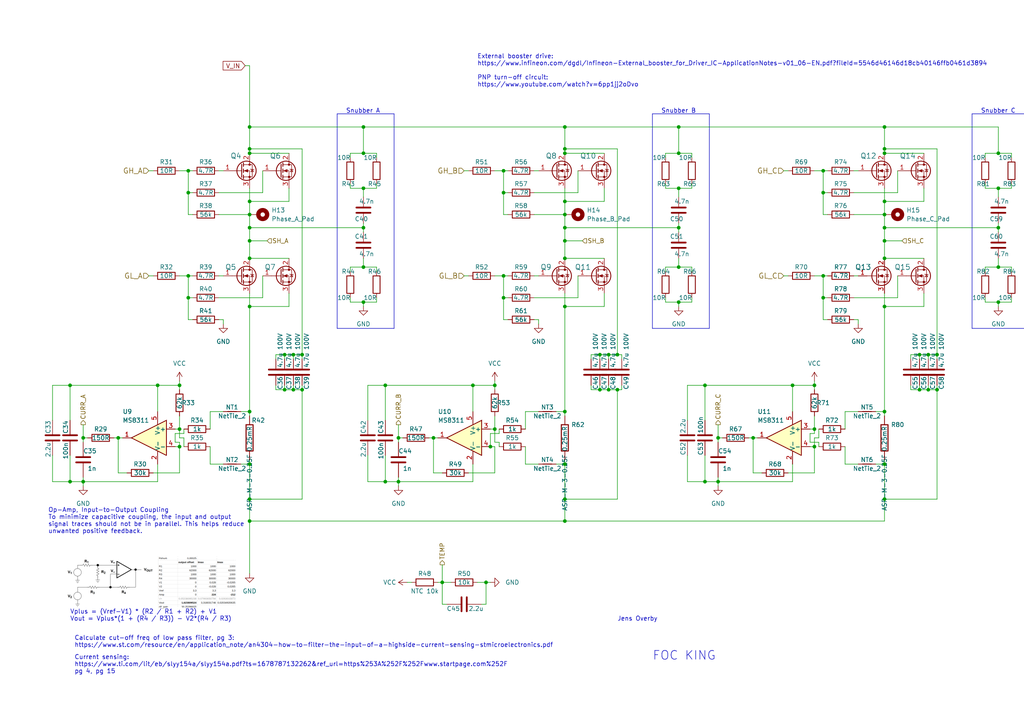
<source format=kicad_sch>
(kicad_sch (version 20230121) (generator eeschema)
  (paper "A4")
  (junction (at 72.39 43.18))
  (junction (at 289.56 44.45))
  (junction (at 72.39 66.04))
  (junction (at 163.83 119.38))
  (junction (at 266.7 102.87))
  (junction (at 229.87 111.76))
  (junction (at 146.05 55.88))
  (junction (at 52.07 129.54))
  (junction (at 85.09 102.87))
  (junction (at 163.83 134.62))
  (junction (at 72.39 74.93))
  (junction (at 24.13 139.7))
  (junction (at 256.54 36.83))
  (junction (at 105.41 36.83))
  (junction (at 72.39 58.42))
  (junction (at 269.24 113.03))
  (junction (at 208.28 127))
  (junction (at 72.39 44.45))
  (junction (at 105.41 87.63))
  (junction (at 196.85 36.83))
  (junction (at 163.83 69.85))
  (junction (at 269.24 102.87))
  (junction (at 204.47 111.76))
  (junction (at 256.54 58.42))
  (junction (at 208.28 139.7))
  (junction (at 72.39 69.85))
  (junction (at 163.83 144.78))
  (junction (at 128.27 168.91))
  (junction (at 266.7 113.03))
  (junction (at 85.09 113.03))
  (junction (at 238.76 55.88))
  (junction (at 143.51 124.46))
  (junction (at 218.44 127))
  (junction (at 163.83 44.45))
  (junction (at 256.54 43.18))
  (junction (at 54.61 80.01))
  (junction (at 72.39 134.62))
  (junction (at 105.41 54.61))
  (junction (at 143.51 111.76))
  (junction (at 271.78 102.87))
  (junction (at 125.73 127))
  (junction (at 289.56 66.04))
  (junction (at 204.47 139.7))
  (junction (at 256.54 88.9))
  (junction (at 105.41 44.45))
  (junction (at 196.85 87.63))
  (junction (at 82.55 102.87))
  (junction (at 111.76 139.7))
  (junction (at 54.61 49.53))
  (junction (at 87.63 102.87))
  (junction (at 179.07 102.87))
  (junction (at 82.55 113.03))
  (junction (at 256.54 74.93))
  (junction (at 142.24 129.54))
  (junction (at 52.07 124.46))
  (junction (at 163.83 151.13))
  (junction (at 140.97 168.91))
  (junction (at 105.41 77.47))
  (junction (at 236.22 129.54))
  (junction (at 20.32 139.7))
  (junction (at 163.83 36.83))
  (junction (at 176.53 113.03))
  (junction (at 146.05 49.53))
  (junction (at 196.85 77.47))
  (junction (at 115.57 139.7))
  (junction (at 146.05 86.36))
  (junction (at 163.83 58.42))
  (junction (at 72.39 119.38))
  (junction (at 179.07 113.03))
  (junction (at 72.39 144.78))
  (junction (at 34.29 127))
  (junction (at 163.83 43.18))
  (junction (at 72.39 62.23))
  (junction (at 289.56 54.61))
  (junction (at 115.57 127))
  (junction (at 238.76 49.53))
  (junction (at 256.54 69.85))
  (junction (at 111.76 111.76))
  (junction (at 24.13 127))
  (junction (at 256.54 144.78))
  (junction (at 196.85 66.04))
  (junction (at 289.56 87.63))
  (junction (at 72.39 36.83))
  (junction (at 20.32 111.76))
  (junction (at 45.72 111.76))
  (junction (at 236.22 111.76))
  (junction (at 173.99 113.03))
  (junction (at 87.63 113.03))
  (junction (at 163.83 66.04))
  (junction (at 238.76 86.36))
  (junction (at 146.05 80.01))
  (junction (at 289.56 77.47))
  (junction (at 256.54 44.45))
  (junction (at 163.83 88.9))
  (junction (at 163.83 62.23))
  (junction (at 256.54 66.04))
  (junction (at 72.39 88.9))
  (junction (at 271.78 113.03))
  (junction (at 163.83 74.93))
  (junction (at 52.07 111.76))
  (junction (at 196.85 44.45))
  (junction (at 137.16 111.76))
  (junction (at 72.39 151.13))
  (junction (at 236.22 124.46))
  (junction (at 196.85 54.61))
  (junction (at 256.54 62.23))
  (junction (at 54.61 86.36))
  (junction (at 105.41 66.04))
  (junction (at 256.54 134.62))
  (junction (at 54.61 55.88))
  (junction (at 176.53 102.87))
  (junction (at 238.76 80.01))
  (junction (at 256.54 119.38))
  (junction (at 173.99 102.87))
  (wire (pts (xy 256.54 144.78) (xy 256.54 151.13)))
  (wire (pts (xy 163.83 62.23) (xy 163.83 66.04)))
  (wire (pts (xy 289.56 44.45) (xy 293.37 44.45)))
  (wire (pts (xy 15.24 132.08) (xy 15.24 139.7)))
  (wire (pts (xy 236.22 120.65) (xy 236.22 124.46)))
  (wire (pts (xy 163.83 88.9) (xy 163.83 119.38)))
  (wire (pts (xy 118.11 168.91) (xy 119.38 168.91)))
  (wire (pts (xy 154.94 62.23) (xy 163.83 62.23)))
  (wire (pts (xy 163.83 36.83) (xy 163.83 43.18)))
  (wire (pts (xy 154.94 49.53) (xy 156.21 49.53)))
  (wire (pts (xy 24.13 139.7) (xy 24.13 140.97)))
  (wire (pts (xy 60.96 134.62) (xy 64.77 134.62)))
  (wire (pts (xy 236.22 127) (xy 236.22 129.54)))
  (wire (pts (xy 72.39 62.23) (xy 72.39 66.04)))
  (wire (pts (xy 76.2 86.36) (xy 76.2 80.01)))
  (wire (pts (xy 285.75 87.63) (xy 285.75 86.36)))
  (wire (pts (xy 72.39 19.05) (xy 72.39 36.83)))
  (wire (pts (xy 146.05 80.01) (xy 146.05 86.36)))
  (wire (pts (xy 163.83 144.78) (xy 179.07 144.78)))
  (wire (pts (xy 116.84 127) (xy 115.57 127)))
  (wire (pts (xy 24.13 127) (xy 24.13 128.27)))
  (wire (pts (xy 289.56 74.93) (xy 289.56 77.47)))
  (wire (pts (xy 227.33 49.53) (xy 228.6 49.53)))
  (wire (pts (xy 161.29 134.62) (xy 163.83 134.62)))
  (wire (pts (xy 229.87 111.76) (xy 236.22 111.76)))
  (wire (pts (xy 54.61 86.36) (xy 55.88 86.36)))
  (wire (pts (xy 144.78 129.54) (xy 144.78 128.27)))
  (wire (pts (xy 196.85 87.63) (xy 200.66 87.63)))
  (polyline (pts (xy 114.3 95.25) (xy 114.3 33.02)))
  (wire (pts (xy 163.83 88.9) (xy 175.26 88.9)))
  (wire (pts (xy 171.45 111.76) (xy 171.45 113.03)))
  (wire (pts (xy 256.54 43.18) (xy 256.54 44.45)))
  (wire (pts (xy 238.76 62.23) (xy 238.76 55.88)))
  (wire (pts (xy 180.34 102.87) (xy 180.34 104.14)))
  (wire (pts (xy 193.04 77.47) (xy 193.04 78.74)))
  (wire (pts (xy 193.04 54.61) (xy 196.85 54.61)))
  (wire (pts (xy 245.11 119.38) (xy 248.92 119.38)))
  (wire (pts (xy 163.83 144.78) (xy 163.83 151.13)))
  (wire (pts (xy 256.54 44.45) (xy 267.97 44.45)))
  (wire (pts (xy 204.47 139.7) (xy 199.39 139.7)))
  (wire (pts (xy 240.03 92.71) (xy 238.76 92.71)))
  (polyline (pts (xy 97.79 95.25) (xy 114.3 95.25)))
  (wire (pts (xy 256.54 69.85) (xy 261.62 69.85)))
  (wire (pts (xy 143.51 128.27) (xy 143.51 124.46)))
  (polyline (pts (xy 189.23 33.02) (xy 205.74 33.02)))
  (wire (pts (xy 80.01 102.87) (xy 82.55 102.87)))
  (wire (pts (xy 146.05 62.23) (xy 146.05 55.88)))
  (polyline (pts (xy 281.94 95.25) (xy 298.45 95.25)))
  (wire (pts (xy 105.41 64.77) (xy 105.41 66.04)))
  (wire (pts (xy 143.51 49.53) (xy 146.05 49.53)))
  (wire (pts (xy 237.49 124.46) (xy 237.49 127)))
  (wire (pts (xy 60.96 129.54) (xy 60.96 134.62)))
  (wire (pts (xy 109.22 53.34) (xy 109.22 54.61)))
  (wire (pts (xy 53.34 124.46) (xy 53.34 125.73)))
  (wire (pts (xy 193.04 87.63) (xy 193.04 86.36)))
  (wire (pts (xy 234.95 124.46) (xy 236.22 124.46)))
  (polyline (pts (xy 97.79 33.02) (xy 114.3 33.02)))
  (wire (pts (xy 101.6 87.63) (xy 105.41 87.63)))
  (wire (pts (xy 105.41 74.93) (xy 105.41 77.47)))
  (wire (pts (xy 128.27 137.16) (xy 125.73 137.16)))
  (wire (pts (xy 53.34 129.54) (xy 53.34 127)))
  (wire (pts (xy 285.75 44.45) (xy 289.56 44.45)))
  (wire (pts (xy 256.54 88.9) (xy 267.97 88.9)))
  (polyline (pts (xy 97.79 33.02) (xy 97.79 95.25)))
  (wire (pts (xy 293.37 44.45) (xy 293.37 45.72)))
  (wire (pts (xy 247.65 80.01) (xy 248.92 80.01)))
  (wire (pts (xy 289.56 54.61) (xy 293.37 54.61)))
  (wire (pts (xy 63.5 80.01) (xy 64.77 80.01)))
  (wire (pts (xy 72.39 151.13) (xy 163.83 151.13)))
  (wire (pts (xy 109.22 87.63) (xy 109.22 86.36)))
  (wire (pts (xy 146.05 86.36) (xy 146.05 92.71)))
  (wire (pts (xy 256.54 74.93) (xy 267.97 74.93)))
  (wire (pts (xy 80.01 111.76) (xy 80.01 113.03)))
  (wire (pts (xy 105.41 57.15) (xy 105.41 54.61)))
  (wire (pts (xy 173.99 111.76) (xy 173.99 113.03)))
  (wire (pts (xy 82.55 102.87) (xy 85.09 102.87)))
  (wire (pts (xy 83.82 58.42) (xy 72.39 58.42)))
  (wire (pts (xy 289.56 36.83) (xy 289.56 44.45)))
  (wire (pts (xy 285.75 77.47) (xy 285.75 78.74)))
  (wire (pts (xy 36.83 137.16) (xy 34.29 137.16)))
  (wire (pts (xy 128.27 168.91) (xy 128.27 163.83)))
  (wire (pts (xy 142.24 125.73) (xy 142.24 129.54)))
  (wire (pts (xy 87.63 102.87) (xy 87.63 104.14)))
  (wire (pts (xy 237.49 129.54) (xy 237.49 128.27)))
  (wire (pts (xy 54.61 86.36) (xy 54.61 92.71)))
  (wire (pts (xy 267.97 54.61) (xy 267.97 58.42)))
  (wire (pts (xy 147.32 92.71) (xy 146.05 92.71)))
  (wire (pts (xy 72.39 85.09) (xy 72.39 88.9)))
  (wire (pts (xy 269.24 113.03) (xy 271.78 113.03)))
  (wire (pts (xy 266.7 102.87) (xy 269.24 102.87)))
  (wire (pts (xy 53.34 127) (xy 52.07 127)))
  (wire (pts (xy 52.07 111.76) (xy 52.07 113.03)))
  (wire (pts (xy 218.44 127) (xy 217.17 127)))
  (wire (pts (xy 87.63 113.03) (xy 87.63 144.78)))
  (wire (pts (xy 115.57 123.19) (xy 115.57 127)))
  (wire (pts (xy 152.4 129.54) (xy 152.4 134.62)))
  (wire (pts (xy 105.41 77.47) (xy 109.22 77.47)))
  (wire (pts (xy 111.76 111.76) (xy 137.16 111.76)))
  (wire (pts (xy 101.6 44.45) (xy 105.41 44.45)))
  (wire (pts (xy 54.61 49.53) (xy 54.61 55.88)))
  (wire (pts (xy 176.53 113.03) (xy 173.99 113.03)))
  (wire (pts (xy 271.78 113.03) (xy 271.78 144.78)))
  (wire (pts (xy 238.76 55.88) (xy 240.03 55.88)))
  (wire (pts (xy 146.05 49.53) (xy 147.32 49.53)))
  (wire (pts (xy 50.8 125.73) (xy 50.8 128.27)))
  (wire (pts (xy 256.54 36.83) (xy 196.85 36.83)))
  (wire (pts (xy 72.39 66.04) (xy 105.41 66.04)))
  (wire (pts (xy 72.39 119.38) (xy 72.39 120.65)))
  (wire (pts (xy 245.11 129.54) (xy 245.11 134.62)))
  (wire (pts (xy 106.68 111.76) (xy 106.68 121.92)))
  (wire (pts (xy 25.4 127) (xy 24.13 127)))
  (polyline (pts (xy 189.23 95.25) (xy 205.74 95.25)))
  (wire (pts (xy 72.39 43.18) (xy 87.63 43.18)))
  (wire (pts (xy 208.28 138.43) (xy 208.28 139.7)))
  (wire (pts (xy 247.65 86.36) (xy 260.35 86.36)))
  (wire (pts (xy 105.41 36.83) (xy 72.39 36.83)))
  (wire (pts (xy 128.27 175.26) (xy 128.27 168.91)))
  (wire (pts (xy 152.4 134.62) (xy 156.21 134.62)))
  (wire (pts (xy 171.45 102.87) (xy 173.99 102.87)))
  (wire (pts (xy 163.83 74.93) (xy 175.26 74.93)))
  (wire (pts (xy 109.22 78.74) (xy 109.22 77.47)))
  (wire (pts (xy 72.39 144.78) (xy 72.39 151.13)))
  (wire (pts (xy 245.11 124.46) (xy 245.11 119.38)))
  (wire (pts (xy 72.39 66.04) (xy 72.39 69.85)))
  (wire (pts (xy 163.83 54.61) (xy 163.83 58.42)))
  (wire (pts (xy 54.61 49.53) (xy 55.88 49.53)))
  (wire (pts (xy 248.92 92.71) (xy 248.92 93.98)))
  (wire (pts (xy 256.54 54.61) (xy 256.54 58.42)))
  (wire (pts (xy 176.53 113.03) (xy 179.07 113.03)))
  (wire (pts (xy 85.09 113.03) (xy 87.63 113.03)))
  (wire (pts (xy 34.29 137.16) (xy 34.29 127)))
  (wire (pts (xy 163.83 44.45) (xy 175.26 44.45)))
  (wire (pts (xy 289.56 87.63) (xy 289.56 88.9)))
  (wire (pts (xy 52.07 137.16) (xy 52.07 129.54)))
  (wire (pts (xy 52.07 110.49) (xy 52.07 111.76)))
  (wire (pts (xy 271.78 113.03) (xy 271.78 111.76)))
  (wire (pts (xy 105.41 87.63) (xy 105.41 88.9)))
  (wire (pts (xy 154.94 80.01) (xy 156.21 80.01)))
  (wire (pts (xy 229.87 119.38) (xy 229.87 111.76)))
  (wire (pts (xy 163.83 43.18) (xy 163.83 44.45)))
  (polyline (pts (xy 281.94 33.02) (xy 298.45 33.02)))
  (wire (pts (xy 285.75 44.45) (xy 285.75 45.72)))
  (wire (pts (xy 238.76 80.01) (xy 240.03 80.01)))
  (wire (pts (xy 15.24 111.76) (xy 20.32 111.76)))
  (wire (pts (xy 234.95 128.27) (xy 234.95 125.73)))
  (wire (pts (xy 63.5 86.36) (xy 76.2 86.36)))
  (wire (pts (xy 236.22 111.76) (xy 236.22 113.03)))
  (wire (pts (xy 200.66 78.74) (xy 200.66 77.47)))
  (wire (pts (xy 101.6 87.63) (xy 101.6 86.36)))
  (wire (pts (xy 245.11 134.62) (xy 248.92 134.62)))
  (wire (pts (xy 53.34 125.73) (xy 50.8 125.73)))
  (wire (pts (xy 142.24 124.46) (xy 143.51 124.46)))
  (wire (pts (xy 52.07 127) (xy 52.07 124.46)))
  (wire (pts (xy 269.24 111.76) (xy 269.24 113.03)))
  (wire (pts (xy 208.28 127) (xy 209.55 127)))
  (wire (pts (xy 218.44 137.16) (xy 218.44 127)))
  (wire (pts (xy 72.39 44.45) (xy 83.82 44.45)))
  (wire (pts (xy 34.29 127) (xy 33.02 127)))
  (wire (pts (xy 137.16 139.7) (xy 115.57 139.7)))
  (wire (pts (xy 137.16 134.62) (xy 137.16 139.7)))
  (wire (pts (xy 106.68 111.76) (xy 111.76 111.76)))
  (wire (pts (xy 63.5 55.88) (xy 76.2 55.88)))
  (wire (pts (xy 52.07 120.65) (xy 52.07 124.46)))
  (wire (pts (xy 35.56 127) (xy 34.29 127)))
  (wire (pts (xy 204.47 111.76) (xy 199.39 111.76)))
  (wire (pts (xy 293.37 87.63) (xy 293.37 86.36)))
  (wire (pts (xy 264.16 102.87) (xy 264.16 104.14)))
  (wire (pts (xy 271.78 102.87) (xy 271.78 104.14)))
  (wire (pts (xy 171.45 113.03) (xy 173.99 113.03)))
  (wire (pts (xy 45.72 134.62) (xy 45.72 139.7)))
  (wire (pts (xy 156.21 92.71) (xy 156.21 93.98)))
  (wire (pts (xy 140.97 168.91) (xy 138.43 168.91)))
  (wire (pts (xy 236.22 137.16) (xy 236.22 129.54)))
  (wire (pts (xy 238.76 92.71) (xy 238.76 86.36)))
  (wire (pts (xy 127 168.91) (xy 128.27 168.91)))
  (wire (pts (xy 271.78 43.18) (xy 271.78 102.87)))
  (wire (pts (xy 106.68 132.08) (xy 106.68 139.7)))
  (wire (pts (xy 82.55 104.14) (xy 82.55 102.87)))
  (wire (pts (xy 143.51 110.49) (xy 143.51 111.76)))
  (wire (pts (xy 256.54 58.42) (xy 256.54 62.23)))
  (wire (pts (xy 179.07 43.18) (xy 179.07 102.87)))
  (wire (pts (xy 163.83 43.18) (xy 179.07 43.18)))
  (wire (pts (xy 179.07 113.03) (xy 180.34 113.03)))
  (wire (pts (xy 163.83 36.83) (xy 105.41 36.83)))
  (wire (pts (xy 154.94 86.36) (xy 167.64 86.36)))
  (wire (pts (xy 45.72 111.76) (xy 52.07 111.76)))
  (wire (pts (xy 83.82 54.61) (xy 83.82 58.42)))
  (wire (pts (xy 163.83 66.04) (xy 196.85 66.04)))
  (wire (pts (xy 285.75 54.61) (xy 285.75 53.34)))
  (wire (pts (xy 24.13 139.7) (xy 45.72 139.7)))
  (wire (pts (xy 152.4 124.46) (xy 152.4 119.38)))
  (wire (pts (xy 256.54 119.38) (xy 256.54 120.65)))
  (wire (pts (xy 144.78 124.46) (xy 144.78 125.73)))
  (wire (pts (xy 45.72 119.38) (xy 45.72 111.76)))
  (wire (pts (xy 236.22 110.49) (xy 236.22 111.76)))
  (wire (pts (xy 196.85 87.63) (xy 196.85 88.9)))
  (wire (pts (xy 60.96 124.46) (xy 60.96 119.38)))
  (wire (pts (xy 20.32 139.7) (xy 24.13 139.7)))
  (wire (pts (xy 196.85 77.47) (xy 200.66 77.47)))
  (wire (pts (xy 80.01 102.87) (xy 80.01 104.14)))
  (wire (pts (xy 289.56 77.47) (xy 293.37 77.47)))
  (wire (pts (xy 71.12 19.05) (xy 72.39 19.05)))
  (polyline (pts (xy 189.23 33.02) (xy 189.23 95.25)))
  (wire (pts (xy 247.65 92.71) (xy 248.92 92.71)))
  (wire (pts (xy 238.76 86.36) (xy 240.03 86.36)))
  (polyline (pts (xy 281.94 33.02) (xy 281.94 95.25)))
  (wire (pts (xy 180.34 111.76) (xy 180.34 113.03)))
  (wire (pts (xy 72.39 36.83) (xy 72.39 43.18)))
  (wire (pts (xy 144.78 128.27) (xy 143.51 128.27)))
  (wire (pts (xy 219.71 127) (xy 218.44 127)))
  (wire (pts (xy 163.83 58.42) (xy 163.83 62.23)))
  (wire (pts (xy 161.29 119.38) (xy 163.83 119.38)))
  (wire (pts (xy 254 119.38) (xy 256.54 119.38)))
  (wire (pts (xy 143.51 111.76) (xy 143.51 113.03)))
  (wire (pts (xy 196.85 54.61) (xy 200.66 54.61)))
  (wire (pts (xy 72.39 88.9) (xy 72.39 119.38)))
  (wire (pts (xy 267.97 58.42) (xy 256.54 58.42)))
  (wire (pts (xy 50.8 128.27) (xy 52.07 128.27)))
  (wire (pts (xy 111.76 111.76) (xy 111.76 121.92)))
  (wire (pts (xy 105.41 36.83) (xy 105.41 44.45)))
  (wire (pts (xy 256.54 62.23) (xy 256.54 66.04)))
  (wire (pts (xy 143.51 137.16) (xy 135.89 137.16)))
  (wire (pts (xy 269.24 113.03) (xy 266.7 113.03)))
  (wire (pts (xy 199.39 132.08) (xy 199.39 139.7)))
  (wire (pts (xy 82.55 111.76) (xy 82.55 113.03)))
  (wire (pts (xy 128.27 175.26) (xy 129.54 175.26)))
  (wire (pts (xy 85.09 111.76) (xy 85.09 113.03)))
  (wire (pts (xy 154.94 92.71) (xy 156.21 92.71)))
  (wire (pts (xy 256.54 66.04) (xy 289.56 66.04)))
  (wire (pts (xy 54.61 80.01) (xy 54.61 86.36)))
  (wire (pts (xy 247.65 62.23) (xy 256.54 62.23)))
  (wire (pts (xy 147.32 62.23) (xy 146.05 62.23)))
  (wire (pts (xy 236.22 137.16) (xy 228.6 137.16)))
  (wire (pts (xy 50.8 124.46) (xy 52.07 124.46)))
  (wire (pts (xy 193.04 77.47) (xy 196.85 77.47)))
  (wire (pts (xy 208.28 139.7) (xy 208.28 140.97)))
  (wire (pts (xy 109.22 44.45) (xy 109.22 45.72)))
  (wire (pts (xy 111.76 139.7) (xy 115.57 139.7)))
  (wire (pts (xy 163.83 36.83) (xy 196.85 36.83)))
  (wire (pts (xy 220.98 137.16) (xy 218.44 137.16)))
  (wire (pts (xy 179.07 102.87) (xy 180.34 102.87)))
  (wire (pts (xy 163.83 119.38) (xy 163.83 120.65)))
  (wire (pts (xy 72.39 134.62) (xy 72.39 144.78)))
  (wire (pts (xy 143.51 120.65) (xy 143.51 124.46)))
  (wire (pts (xy 52.07 129.54) (xy 50.8 129.54)))
  (wire (pts (xy 175.26 58.42) (xy 163.83 58.42)))
  (wire (pts (xy 115.57 139.7) (xy 115.57 140.97)))
  (wire (pts (xy 264.16 102.87) (xy 266.7 102.87)))
  (wire (pts (xy 266.7 111.76) (xy 266.7 113.03)))
  (wire (pts (xy 204.47 121.92) (xy 204.47 111.76)))
  (wire (pts (xy 115.57 127) (xy 115.57 128.27)))
  (wire (pts (xy 260.35 55.88) (xy 260.35 49.53)))
  (wire (pts (xy 101.6 44.45) (xy 101.6 45.72)))
  (wire (pts (xy 163.83 85.09) (xy 163.83 88.9)))
  (wire (pts (xy 125.73 137.16) (xy 125.73 127)))
  (wire (pts (xy 43.18 80.01) (xy 44.45 80.01)))
  (wire (pts (xy 101.6 54.61) (xy 105.41 54.61)))
  (wire (pts (xy 115.57 138.43) (xy 115.57 139.7)))
  (wire (pts (xy 256.54 144.78) (xy 271.78 144.78)))
  (wire (pts (xy 163.83 69.85) (xy 163.83 74.93)))
  (wire (pts (xy 193.04 54.61) (xy 193.04 53.34)))
  (wire (pts (xy 85.09 102.87) (xy 85.09 104.14)))
  (wire (pts (xy 60.96 119.38) (xy 64.77 119.38)))
  (wire (pts (xy 247.65 55.88) (xy 260.35 55.88)))
  (wire (pts (xy 285.75 77.47) (xy 289.56 77.47)))
  (wire (pts (xy 254 134.62) (xy 256.54 134.62)))
  (wire (pts (xy 179.07 113.03) (xy 179.07 144.78)))
  (wire (pts (xy 54.61 55.88) (xy 55.88 55.88)))
  (wire (pts (xy 196.85 57.15) (xy 196.85 54.61)))
  (wire (pts (xy 229.87 139.7) (xy 208.28 139.7)))
  (polyline (pts (xy 298.45 95.25) (xy 298.45 33.02)))
  (wire (pts (xy 264.16 113.03) (xy 266.7 113.03)))
  (wire (pts (xy 267.97 88.9) (xy 267.97 85.09)))
  (wire (pts (xy 269.24 102.87) (xy 271.78 102.87)))
  (wire (pts (xy 111.76 132.08) (xy 111.76 139.7)))
  (wire (pts (xy 293.37 53.34) (xy 293.37 54.61)))
  (wire (pts (xy 236.22 129.54) (xy 234.95 129.54)))
  (wire (pts (xy 134.62 80.01) (xy 135.89 80.01)))
  (wire (pts (xy 105.41 67.31) (xy 105.41 66.04)))
  (wire (pts (xy 176.53 102.87) (xy 176.53 104.14)))
  (wire (pts (xy 63.5 62.23) (xy 72.39 62.23)))
  (wire (pts (xy 43.18 49.53) (xy 44.45 49.53)))
  (wire (pts (xy 52.07 137.16) (xy 44.45 137.16)))
  (wire (pts (xy 256.54 151.13) (xy 163.83 151.13)))
  (wire (pts (xy 146.05 49.53) (xy 146.05 55.88)))
  (wire (pts (xy 146.05 86.36) (xy 147.32 86.36)))
  (wire (pts (xy 143.51 129.54) (xy 142.24 129.54)))
  (wire (pts (xy 140.97 175.26) (xy 140.97 168.91)))
  (wire (pts (xy 146.05 55.88) (xy 147.32 55.88)))
  (wire (pts (xy 256.54 36.83) (xy 289.56 36.83)))
  (wire (pts (xy 105.41 54.61) (xy 109.22 54.61)))
  (wire (pts (xy 52.07 49.53) (xy 54.61 49.53)))
  (wire (pts (xy 193.04 44.45) (xy 193.04 45.72)))
  (wire (pts (xy 63.5 92.71) (xy 64.77 92.71)))
  (wire (pts (xy 76.2 49.53) (xy 76.2 55.88)))
  (wire (pts (xy 289.56 64.77) (xy 289.56 66.04)))
  (wire (pts (xy 55.88 92.71) (xy 54.61 92.71)))
  (wire (pts (xy 176.53 111.76) (xy 176.53 113.03)))
  (wire (pts (xy 256.54 36.83) (xy 256.54 43.18)))
  (wire (pts (xy 256.54 85.09) (xy 256.54 88.9)))
  (wire (pts (xy 229.87 134.62) (xy 229.87 139.7)))
  (wire (pts (xy 128.27 168.91) (xy 130.81 168.91)))
  (wire (pts (xy 247.65 49.53) (xy 248.92 49.53)))
  (wire (pts (xy 54.61 80.01) (xy 55.88 80.01)))
  (wire (pts (xy 146.05 80.01) (xy 147.32 80.01)))
  (wire (pts (xy 167.64 86.36) (xy 167.64 80.01)))
  (wire (pts (xy 173.99 104.14) (xy 173.99 102.87)))
  (wire (pts (xy 200.66 87.63) (xy 200.66 86.36)))
  (wire (pts (xy 87.63 43.18) (xy 87.63 102.87)))
  (wire (pts (xy 204.47 111.76) (xy 229.87 111.76)))
  (wire (pts (xy 236.22 49.53) (xy 238.76 49.53)))
  (wire (pts (xy 256.54 69.85) (xy 256.54 74.93)))
  (wire (pts (xy 55.88 62.23) (xy 54.61 62.23)))
  (wire (pts (xy 196.85 44.45) (xy 200.66 44.45)))
  (wire (pts (xy 293.37 78.74) (xy 293.37 77.47)))
  (wire (pts (xy 72.39 74.93) (xy 83.82 74.93)))
  (wire (pts (xy 199.39 111.76) (xy 199.39 121.92)))
  (wire (pts (xy 101.6 54.61) (xy 101.6 53.34)))
  (wire (pts (xy 204.47 139.7) (xy 208.28 139.7)))
  (wire (pts (xy 256.54 133.35) (xy 256.54 134.62)))
  (wire (pts (xy 227.33 80.01) (xy 228.6 80.01)))
  (wire (pts (xy 140.97 168.91) (xy 142.24 168.91)))
  (wire (pts (xy 238.76 80.01) (xy 238.76 86.36)))
  (wire (pts (xy 236.22 125.73) (xy 236.22 124.46)))
  (wire (pts (xy 196.85 36.83) (xy 196.85 44.45)))
  (wire (pts (xy 83.82 88.9) (xy 83.82 85.09)))
  (wire (pts (xy 15.24 139.7) (xy 20.32 139.7)))
  (wire (pts (xy 52.07 128.27) (xy 52.07 129.54)))
  (wire (pts (xy 163.83 133.35) (xy 163.83 134.62)))
  (wire (pts (xy 285.75 87.63) (xy 289.56 87.63)))
  (wire (pts (xy 171.45 102.87) (xy 171.45 104.14)))
  (wire (pts (xy 256.54 66.04) (xy 256.54 69.85)))
  (wire (pts (xy 45.72 111.76) (xy 20.32 111.76)))
  (wire (pts (xy 143.51 137.16) (xy 143.51 129.54)))
  (wire (pts (xy 69.85 134.62) (xy 72.39 134.62)))
  (wire (pts (xy 237.49 128.27) (xy 234.95 128.27)))
  (wire (pts (xy 72.39 144.78) (xy 87.63 144.78)))
  (wire (pts (xy 200.66 53.34) (xy 200.66 54.61)))
  (wire (pts (xy 176.53 102.87) (xy 179.07 102.87)))
  (wire (pts (xy 80.01 113.03) (xy 82.55 113.03)))
  (wire (pts (xy 236.22 80.01) (xy 238.76 80.01)))
  (wire (pts (xy 52.07 80.01) (xy 54.61 80.01)))
  (wire (pts (xy 127 127) (xy 125.73 127)))
  (wire (pts (xy 72.39 54.61) (xy 72.39 58.42)))
  (wire (pts (xy 260.35 86.36) (xy 260.35 80.01)))
  (wire (pts (xy 289.56 57.15) (xy 289.56 54.61)))
  (wire (pts (xy 106.68 139.7) (xy 111.76 139.7)))
  (wire (pts (xy 72.39 43.18) (xy 72.39 44.45)))
  (wire (pts (xy 289.56 87.63) (xy 293.37 87.63)))
  (wire (pts (xy 24.13 138.43) (xy 24.13 139.7)))
  (wire (pts (xy 234.95 125.73) (xy 236.22 125.73)))
  (wire (pts (xy 240.03 62.23) (xy 238.76 62.23)))
  (wire (pts (xy 238.76 49.53) (xy 238.76 55.88)))
  (wire (pts (xy 20.32 132.08) (xy 20.32 139.7)))
  (wire (pts (xy 173.99 102.87) (xy 176.53 102.87)))
  (wire (pts (xy 208.28 123.19) (xy 208.28 127)))
  (wire (pts (xy 105.41 44.45) (xy 109.22 44.45)))
  (wire (pts (xy 101.6 77.47) (xy 101.6 78.74)))
  (wire (pts (xy 72.39 151.13) (xy 72.39 166.37)))
  (wire (pts (xy 154.94 55.88) (xy 167.64 55.88)))
  (wire (pts (xy 256.54 88.9) (xy 256.54 119.38)))
  (wire (pts (xy 152.4 119.38) (xy 156.21 119.38)))
  (wire (pts (xy 137.16 111.76) (xy 143.51 111.76)))
  (wire (pts (xy 204.47 132.08) (xy 204.47 139.7)))
  (wire (pts (xy 101.6 77.47) (xy 105.41 77.47)))
  (wire (pts (xy 144.78 125.73) (xy 142.24 125.73)))
  (wire (pts (xy 15.24 111.76) (xy 15.24 121.92)))
  (wire (pts (xy 175.26 88.9) (xy 175.26 85.09)))
  (wire (pts (xy 143.51 80.01) (xy 146.05 80.01)))
  (wire (pts (xy 137.16 111.76) (xy 137.16 119.38)))
  (wire (pts (xy 69.85 119.38) (xy 72.39 119.38)))
  (wire (pts (xy 63.5 49.53) (xy 64.77 49.53)))
  (wire (pts (xy 85.09 113.03) (xy 82.55 113.03)))
  (wire (pts (xy 163.83 66.04) (xy 163.83 69.85)))
  (wire (pts (xy 72.39 69.85) (xy 77.47 69.85)))
  (wire (pts (xy 193.04 44.45) (xy 196.85 44.45)))
  (wire (pts (xy 237.49 127) (xy 236.22 127)))
  (wire (pts (xy 200.66 44.45) (xy 200.66 45.72)))
  (wire (pts (xy 196.85 74.93) (xy 196.85 77.47)))
  (wire (pts (xy 264.16 111.76) (xy 264.16 113.03)))
  (wire (pts (xy 208.28 127) (xy 208.28 128.27)))
  (wire (pts (xy 72.39 58.42) (xy 72.39 62.23)))
  (wire (pts (xy 85.09 102.87) (xy 87.63 102.87)))
  (wire (pts (xy 163.83 69.85) (xy 168.91 69.85)))
  (wire (pts (xy 72.39 88.9) (xy 83.82 88.9)))
  (wire (pts (xy 72.39 133.35) (xy 72.39 134.62)))
  (wire (pts (xy 196.85 67.31) (xy 196.85 66.04)))
  (wire (pts (xy 105.41 87.63) (xy 109.22 87.63)))
  (wire (pts (xy 266.7 104.14) (xy 266.7 102.87)))
  (wire (pts (xy 24.13 123.19) (xy 24.13 127)))
  (wire (pts (xy 20.32 121.92) (xy 20.32 111.76)))
  (polyline (pts (xy 205.74 95.25) (xy 205.74 33.02)))
  (wire (pts (xy 196.85 64.77) (xy 196.85 66.04)))
  (wire (pts (xy 140.97 175.26) (xy 139.7 175.26)))
  (wire (pts (xy 167.64 55.88) (xy 167.64 49.53)))
  (wire (pts (xy 87.63 113.03) (xy 87.63 111.76)))
  (wire (pts (xy 193.04 87.63) (xy 196.85 87.63)))
  (wire (pts (xy 125.73 127) (xy 124.46 127)))
  (wire (pts (xy 238.76 49.53) (xy 240.03 49.53)))
  (wire (pts (xy 256.54 43.18) (xy 271.78 43.18)))
  (wire (pts (xy 289.56 67.31) (xy 289.56 66.04)))
  (wire (pts (xy 54.61 62.23) (xy 54.61 55.88)))
  (wire (pts (xy 269.24 102.87) (xy 269.24 104.14)))
  (wire (pts (xy 256.54 134.62) (xy 256.54 144.78)))
  (wire (pts (xy 163.83 134.62) (xy 163.83 144.78)))
  (wire (pts (xy 285.75 54.61) (xy 289.56 54.61)))
  (wire (pts (xy 134.62 49.53) (xy 135.89 49.53)))
  (wire (pts (xy 175.26 54.61) (xy 175.26 58.42)))
  (wire (pts (xy 72.39 69.85) (xy 72.39 74.93)))
  (wire (pts (xy 64.77 92.71) (xy 64.77 93.98)))
  (image (at 57.15 168.91) (scale 0.660121))
  (image (at 31.75 168.91) (scale 0.381676))
  (text "Calculate cut-off freq of low pass filter, pg 3:\nhttps://www.st.com/resource/en/application_note/an4304-how-to-filter-the-input-of-a-highside-current-sensing-stmicroelectronics.pdf" (at 21.59 187.96 0) (effects (font (size 1.27 1.27)) (justify left bottom)))
  (text "Snubber C" (at 284.48 33.02 0) (effects (font (size 1.27 1.27)) (justify left bottom)))
  (text "FOC KING" (at 189.23 191.77 0) (effects (font (size 2.54 2.54)) (justify left bottom)))
  (text "Op-Amp, Input-to-Output Coupling\nTo minimize capacitive coupling, the input and output\nsignal traces should not be in parallel. This helps reduce\nunwanted positive feedback. " (at 13.97 154.94 0) (effects (font (size 1.27 1.27)) (justify left bottom)))
  (text "Jens Overby" (at 179.07 180.34 0) (effects (font (size 1.27 1.27)) (justify left bottom)))
  (text "Snubber B" (at 191.77 33.02 0) (effects (font (size 1.27 1.27)) (justify left bottom)))
  (text "External booster drive:\nhttps://www.infineon.com/dgdl/Infineon-External_booster_for_Driver_IC-ApplicationNotes-v01_06-EN.pdf?fileId=5546d46146d18cb40146ffb0461d3894\n\nPNP turn-off circuit:\nhttps://www.youtube.com/watch?v=6pp1jj2oDvo\n" (at 138.43 25.4 0) (effects (font (size 1.27 1.27)) (justify left bottom)))
  (text "Snubber A" (at 100.33 33.02 0) (effects (font (size 1.27 1.27)) (justify left bottom)))
  (text "Vplus = (Vref-V1) * (R2 / R1 + R2) + V1\nVout = Vplus*(1 + (R4 / R3)) - V2*(R4 / R­3) " (at 20.32 180.34 0) (effects (font (size 1.27 1.27)) (justify left bottom)))
  (text "Current sensing:\nhttps://www.ti.com/lit/eb/slyy154a/slyy154a.pdf?ts=1678787132262&ref_url=https%253A%252F%252Fwww.startpage.com%252F\npg 4, pg 15" (at 21.59 195.58 0) (effects (font (size 1.27 1.27)) (justify left bottom)))
  (global_label "V_IN" (shape input) (at 71.12 19.05 180) (property "Intersheetrefs" "${INTERSHEET_REFS}" (effects hide)))
  (hierarchical_label "TEMP" (shape output) (at 128.27 163.83 90))
  (hierarchical_label "GH_A" (shape input) (at 43.18 49.53 180) (effects (font (size 1.524 1.524))))
  (hierarchical_label "SH_C" (shape input) (at 261.62 69.85 0))
  (hierarchical_label "SH_A" (shape input) (at 77.47 69.85 0))
  (hierarchical_label "GL_A" (shape input) (at 43.18 80.01 180) (effects (font (size 1.524 1.524))))
  (hierarchical_label "CURR_C" (shape output) (at 208.28 123.19 90))
  (hierarchical_label "CURR_B" (shape output) (at 115.57 123.19 90))
  (hierarchical_label "SH_B" (shape input) (at 168.91 69.85 0))
  (hierarchical_label "CURR_A" (shape output) (at 24.13 123.19 90))
  (hierarchical_label "GH_C" (shape input) (at 227.33 49.53 180) (effects (font (size 1.524 1.524))))
  (hierarchical_label "GH_B" (shape input) (at 134.62 49.53 180) (effects (font (size 1.524 1.524))))
  (hierarchical_label "GL_C" (shape input) (at 227.33 80.01 180) (effects (font (size 1.524 1.524))))
  (hierarchical_label "GL_B" (shape input) (at 134.62 80.01 180) (effects (font (size 1.524 1.524))))
  (symbol (lib_id "Device:R") (at 57.15 124.46 270) (mirror x) (unit 1)
    (property "Reference" "R34" (at 57.15 121.92 90))
    (property "Value" "1k" (at 57.15 124.46 90))
    (property "Footprint" "Resistor_SMD:R_0603_1608Metric" (effects hide))
    (property "LCSC" "C21190" (effects hide))
  )
  (symbol (lib_id "Device:R") (at 40.64 137.16 270) (mirror x) (unit 1)
    (property "Reference" "R30" (at 40.64 134.62 90))
    (property "Value" "30k" (at 40.64 137.16 90))
    (property "Footprint" "Resistor_SMD:R_0603_1608Metric" (effects hide))
    (property "LCSC" "C22984" (effects hide))
  )
  (symbol (lib_id "Device:C") (at 80.01 107.95 0) (unit 1)
    (property "Reference" "C36" (at 81.28 113.03 90) (effects (justify left)))
    (property "Value" "4.7u 100V" (at 81.28 106.68 90) (effects (justify left)))
    (property "Footprint" "Capacitor_SMD:C_1210_3225Metric" (effects hide))
    (property "LCSC" "C381466" (effects hide))
  )
  (symbol (lib_id "Device:C") (at 173.99 107.95 0) (unit 1)
    (property "Reference" "C47" (at 175.26 113.03 90) (effects (justify left)))
    (property "Value" "4.7u 100V" (at 175.26 106.68 90) (effects (justify left)))
    (property "Footprint" "Capacitor_SMD:C_1210_3225Metric" (effects hide))
    (property "LCSC" "C381466" (effects hide))
  )
  (symbol (lib_id "BLDC_4-rescue:C-RESCUE-BLDC_4") (at 15.24 127 0) (mirror x) (unit 1)
    (property "Reference" "C33" (at 13.97 121.92 90) (effects (justify left)))
    (property "Value" "2.2u" (at 13.97 128.27 90) (effects (justify left)))
    (property "Footprint" "Capacitor_SMD:C_0603_1608Metric" (effects hide))
    (property "LCSC" "C23630" (effects hide))
  )
  (symbol (lib_id "Device:NetTie_2") (at 251.46 134.62 0) (unit 1)
    (property "Reference" "NT6" (at 251.46 133.35 0))
    (property "Value" "NetTie_2" (at 251.46 135.89 0))
    (property "Footprint" "NetTie:NetTie-2_SMD_Pad0.5mm" (effects hide))
  )
  (symbol (lib_id "power:VCC") (at 118.11 168.91 90) (unit 1)
    (property "Reference" "#PWR052" (effects hide))
    (property "Value" "VCC" (at 113.03 168.91 90))
  )
  (symbol (lib_id "Device:C") (at 82.55 107.95 0) (unit 1)
    (property "Reference" "C37" (at 83.82 113.03 90) (effects (justify left)))
    (property "Value" "4.7u 100V" (at 83.82 106.68 90) (effects (justify left)))
    (property "Footprint" "Capacitor_SMD:C_1210_3225Metric" (effects hide))
    (property "LCSC" "C381466" (effects hide))
  )
  (symbol (lib_id "Device:Q_NMOS_GDS") (at 172.72 80.01 0) (unit 1)
    (property "Reference" "Q11" (at 171.45 77.47 0) (effects (font (size 1.524 1.524)) (justify right)))
    (property "Value" "CRST030N10N" (effects hide))
    (property "Footprint" "Custom:TO-220-3_Vertical_bend" (effects hide))
    (property "LCSC" "C841369" (effects hide))
  )
  (symbol (lib_id "Device:R") (at 213.36 127 270) (mirror x) (unit 1)
    (property "Reference" "R67" (at 213.36 124.46 90))
    (property "Value" "150R" (at 213.36 127 90))
    (property "Footprint" "Resistor_SMD:R_0603_1608Metric" (effects hide))
    (property "LCSC" "C22808" (effects hide))
  )
  (symbol (lib_id "Device:R") (at 59.69 62.23 270) (unit 1)
    (property "Reference" "R38" (at 59.69 59.69 90))
    (property "Value" "56k" (at 59.69 62.23 90))
    (property "Footprint" "Resistor_SMD:R_0603_1608Metric" (effects hide))
    (property "LCSC" "C23206" (effects hide))
  )
  (symbol (lib_id "BLDC_4-rescue:R-RESCUE-BLDC_4") (at 256.54 127 0) (unit 1)
    (property "Reference" "R80" (at 260.35 123.19 0))
    (property "Value" "ASR-M-3-0.25F 0.25mR" (at 256.54 135.89 90))
    (property "Footprint" "Resistor_SMD:R_2512_6332Metric" (effects hide))
    (property "LCSC" "C495759" (effects hide))
  )
  (symbol (lib_id "BLDC_4-rescue:R-RESCUE-BLDC_4") (at 163.83 127 0) (unit 1)
    (property "Reference" "R62" (at 167.64 123.19 0))
    (property "Value" "ASR-M-3-0.25F 0.25mR" (at 163.83 135.89 90))
    (property "Footprint" "Resistor_SMD:R_2512_6332Metric" (effects hide))
    (property "LCSC" "C495759" (effects hide))
  )
  (symbol (lib_id "Device:C") (at 85.09 107.95 0) (unit 1)
    (property "Reference" "C38" (at 86.36 113.03 90) (effects (justify left)))
    (property "Value" "4.7u 100V" (at 86.36 106.68 90) (effects (justify left)))
    (property "Footprint" "Capacitor_SMD:C_1210_3225Metric" (effects hide))
    (property "LCSC" "C381466" (effects hide))
  )
  (symbol (lib_id "Device:R") (at 59.69 92.71 270) (unit 1)
    (property "Reference" "R41" (at 59.69 90.17 90))
    (property "Value" "56k" (at 59.69 92.71 90))
    (property "Footprint" "Resistor_SMD:R_0603_1608Metric" (effects hide))
    (property "LCSC" "C23206" (effects hide))
  )
  (symbol (lib_id "Device:R") (at 143.51 116.84 0) (mirror x) (unit 1)
    (property "Reference" "R53" (at 146.05 116.84 0))
    (property "Value" "62k" (at 143.51 116.84 90))
    (property "Footprint" "Resistor_SMD:R_0603_1608Metric" (effects hide))
    (property "LCSC" "C23221" (effects hide))
  )
  (symbol (lib_id "Device:R") (at 241.3 129.54 270) (mirror x) (unit 1)
    (property "Reference" "R73" (at 241.3 127 90))
    (property "Value" "1k" (at 241.3 129.54 90))
    (property "Footprint" "Resistor_SMD:R_0603_1608Metric" (effects hide))
    (property "LCSC" "C21190" (effects hide))
  )
  (symbol (lib_id "Device:NetTie_2") (at 67.31 134.62 0) (unit 1)
    (property "Reference" "NT2" (at 67.31 133.35 0))
    (property "Value" "NetTie_2" (at 67.31 135.89 0))
    (property "Footprint" "NetTie:NetTie-2_SMD_Pad0.5mm" (effects hide))
  )
  (symbol (lib_id "Device:Q_NMOS_GDS") (at 161.29 80.01 0) (unit 1)
    (property "Reference" "Q9" (at 160.02 77.47 0) (effects (font (size 1.524 1.524)) (justify right)))
    (property "Value" "CRST030N10N" (effects hide))
    (property "Footprint" "Custom:TO-220-3_Vertical_bend" (effects hide))
    (property "LCSC" "C841369" (effects hide))
  )
  (symbol (lib_id "Device:R") (at 139.7 49.53 270) (mirror x) (unit 1)
    (property "Reference" "R51" (at 139.7 46.99 90))
    (property "Value" "10R" (at 139.7 49.53 90))
    (property "Footprint" "Resistor_SMD:R_0603_1608Metric" (effects hide))
    (property "LCSC" "C22859" (effects hide))
  )
  (symbol (lib_id "Device:R") (at 48.26 49.53 270) (mirror x) (unit 1)
    (property "Reference" "R31" (at 48.26 46.99 90))
    (property "Value" "10R" (at 48.26 49.53 90))
    (property "Footprint" "Resistor_SMD:R_0603_1608Metric" (effects hide))
    (property "LCSC" "C22859" (effects hide))
  )
  (symbol (lib_id "Device:C") (at 105.41 60.96 0) (mirror x) (unit 1)
    (property "Reference" "C40" (at 102.87 63.5 0) (effects (justify left)))
    (property "Value" "4.7n" (at 104.14 58.42 0) (effects (justify left)))
    (property "Footprint" "Capacitor_SMD:C_0603_1608Metric" (effects hide))
    (property "LCSC" "C382251" (effects hide))
  )
  (symbol (lib_id "Device:R") (at 139.7 80.01 270) (mirror x) (unit 1)
    (property "Reference" "R52" (at 139.7 77.47 90))
    (property "Value" "10R" (at 139.7 80.01 90))
    (property "Footprint" "Resistor_SMD:R_0603_1608Metric" (effects hide))
    (property "LCSC" "C22859" (effects hide))
  )
  (symbol (lib_id "Device:R") (at 29.21 127 270) (mirror x) (unit 1)
    (property "Reference" "R29" (at 29.21 124.46 90))
    (property "Value" "150R" (at 29.21 127 90))
    (property "Footprint" "Resistor_SMD:R_0603_1608Metric" (effects hide))
    (property "LCSC" "C22808" (effects hide))
  )
  (symbol (lib_id "Device:R") (at 243.84 86.36 270) (mirror x) (unit 1)
    (property "Reference" "R78" (at 243.84 83.82 90))
    (property "Value" "4.7R" (at 243.84 86.36 90))
    (property "Footprint" "Resistor_SMD:R_0603_1608Metric" (effects hide))
    (property "LCSC" "C23164" (effects hide))
  )
  (symbol (lib_id "Device:C") (at 289.56 60.96 0) (mirror x) (unit 1)
    (property "Reference" "C59" (at 287.02 63.5 0) (effects (justify left)))
    (property "Value" "4.7n" (at 288.29 58.42 0) (effects (justify left)))
    (property "Footprint" "Capacitor_SMD:C_0603_1608Metric" (effects hide))
    (property "LCSC" "C382251" (effects hide))
  )
  (symbol (lib_id "Device:Q_NMOS_GDS") (at 254 49.53 0) (unit 1)
    (property "Reference" "Q12" (at 254.254 45.212 0) (effects (font (size 1.524 1.524)) (justify right)))
    (property "Value" "CRST030N10N" (effects hide))
    (property "Footprint" "Custom:TO-220-3_Vertical_bend" (effects hide))
    (property "LCSC" "C841369" (effects hide))
  )
  (symbol (lib_id "Device:R") (at 151.13 80.01 270) (mirror x) (unit 1)
    (property "Reference" "R59" (at 151.13 77.47 90))
    (property "Value" "4.7R" (at 151.13 80.01 90))
    (property "Footprint" "Resistor_SMD:R_0603_1608Metric" (effects hide))
    (property "LCSC" "C23164" (effects hide))
  )
  (symbol (lib_id "Device:NetTie_2") (at 251.46 119.38 0) (unit 1)
    (property "Reference" "NT5" (at 251.46 118.11 0))
    (property "Value" "NetTie_2" (at 251.46 120.65 0))
    (property "Footprint" "NetTie:NetTie-2_SMD_Pad0.5mm" (effects hide))
  )
  (symbol (lib_id "Device:R") (at 101.6 82.55 0) (unit 1)
    (property "Reference" "R44" (at 99.06 78.74 0) (effects (justify left)))
    (property "Value" "10R" (at 97.79 86.36 0) (effects (justify left)))
    (property "Footprint" "Resistor_SMD:R_0603_1608Metric" (effects hide))
    (property "LCSC" "C22859" (effects hide))
  )
  (symbol (lib_id "Device:Q_NMOS_GDS") (at 265.43 80.01 0) (unit 1)
    (property "Reference" "Q15" (at 264.16 77.47 0) (effects (font (size 1.524 1.524)) (justify right)))
    (property "Value" "CRST030N10N" (effects hide))
    (property "Footprint" "Custom:TO-220-3_Vertical_bend" (effects hide))
    (property "LCSC" "C841369" (effects hide))
  )
  (symbol (lib_id "Amplifier_Operational:OPA188xxDBV") (at 134.62 127 0) (mirror y) (unit 1)
    (property "Reference" "U10" (at 127 119.38 0) (effects (justify right)))
    (property "Value" "MS8311" (at 127 121.92 0) (effects (justify right)))
    (property "Footprint" "Package_TO_SOT_SMD:TSOT-23-5" (effects hide))
    (property "Datasheet" "http://www.ti.com/lit/ds/symlink/opa188.pdf" (effects hide))
  )
  (symbol (lib_id "Device:R") (at 243.84 92.71 270) (unit 1)
    (property "Reference" "R79" (at 243.84 90.17 90))
    (property "Value" "56k" (at 243.84 92.71 90))
    (property "Footprint" "Resistor_SMD:R_0603_1608Metric" (effects hide))
    (property "LCSC" "C23206" (effects hide))
  )
  (symbol (lib_id "Device:R") (at 285.75 49.53 0) (mirror x) (unit 1)
    (property "Reference" "R81" (at 283.21 53.34 0) (effects (justify left)))
    (property "Value" "10R" (at 281.94 45.72 0) (effects (justify left)))
    (property "Footprint" "Resistor_SMD:R_0603_1608Metric" (effects hide))
    (property "LCSC" "C22859" (effects hide))
  )
  (symbol (lib_id "Device:C") (at 266.7 107.95 0) (unit 1)
    (property "Reference" "C56" (at 267.97 113.03 90) (effects (justify left)))
    (property "Value" "4.7u 100V" (at 267.97 106.68 90) (effects (justify left)))
    (property "Footprint" "Capacitor_SMD:C_1210_3225Metric" (effects hide))
    (property "LCSC" "C381466" (effects hide))
  )
  (symbol (lib_id "Device:Q_NMOS_GDS") (at 172.72 49.53 0) (unit 1)
    (property "Reference" "Q10" (at 172.974 45.212 0) (effects (font (size 1.524 1.524)) (justify right)))
    (property "Value" "CRST030N10N" (effects hide))
    (property "Footprint" "Custom:TO-220-3_Vertical_bend" (effects hide))
    (property "LCSC" "C841369" (effects hide))
  )
  (symbol (lib_id "Device:R") (at 193.04 49.53 0) (mirror x) (unit 1)
    (property "Reference" "R63" (at 190.5 53.34 0) (effects (justify left)))
    (property "Value" "10R" (at 189.23 45.72 0) (effects (justify left)))
    (property "Footprint" "Resistor_SMD:R_0603_1608Metric" (effects hide))
    (property "LCSC" "C22859" (effects hide))
  )
  (symbol (lib_id "power:GND") (at 64.77 93.98 0) (unit 1)
    (property "Reference" "#PWR048" (effects hide))
    (property "Value" "GND" (at 64.77 99.06 0))
  )
  (symbol (lib_id "Device:R") (at 293.37 49.53 0) (mirror x) (unit 1)
    (property "Reference" "R83" (at 290.83 53.34 0) (effects (justify left)))
    (property "Value" "10R" (at 289.56 45.72 0) (effects (justify left)))
    (property "Footprint" "Resistor_SMD:R_0603_1608Metric" (effects hide))
    (property "LCSC" "C22859" (effects hide))
  )
  (symbol (lib_id "Device:R") (at 243.84 55.88 270) (mirror x) (unit 1)
    (property "Reference" "R75" (at 243.84 53.34 90))
    (property "Value" "4.7R" (at 243.84 55.88 90))
    (property "Footprint" "Resistor_SMD:R_0603_1608Metric" (effects hide))
    (property "LCSC" "C23164" (effects hide))
  )
  (symbol (lib_id "Device:R") (at 132.08 137.16 270) (mirror x) (unit 1)
    (property "Reference" "R49" (at 132.08 134.62 90))
    (property "Value" "30k" (at 132.08 137.16 90))
    (property "Footprint" "Resistor_SMD:R_0603_1608Metric" (effects hide))
    (property "LCSC" "C22984" (effects hide))
  )
  (symbol (lib_id "Device:R") (at 151.13 86.36 270) (mirror x) (unit 1)
    (property "Reference" "R60" (at 151.13 83.82 90))
    (property "Value" "4.7R" (at 151.13 86.36 90))
    (property "Footprint" "Resistor_SMD:R_0603_1608Metric" (effects hide))
    (property "LCSC" "C23164" (effects hide))
  )
  (symbol (lib_id "BLDC_4-rescue:C-RESCUE-BLDC_4") (at 199.39 127 0) (mirror y) (unit 1)
    (property "Reference" "C52" (at 198.12 132.08 90) (effects (justify left)))
    (property "Value" "2.2u" (at 198.12 125.73 90) (effects (justify left)))
    (property "Footprint" "Capacitor_SMD:C_0603_1608Metric" (effects hide))
    (property "LCSC" "C23630" (effects hide))
  )
  (symbol (lib_id "Device:C") (at 264.16 107.95 0) (unit 1)
    (property "Reference" "C55" (at 265.43 113.03 90) (effects (justify left)))
    (property "Value" "4.7u 100V" (at 265.43 106.68 90) (effects (justify left)))
    (property "Footprint" "Capacitor_SMD:C_1210_3225Metric" (effects hide))
    (property "LCSC" "C381466" (effects hide))
  )
  (symbol (lib_id "power:GND") (at 248.92 93.98 0) (unit 1)
    (property "Reference" "#PWR059" (effects hide))
    (property "Value" "GND" (at 248.92 99.06 0))
  )
  (symbol (lib_id "Device:R") (at 151.13 49.53 270) (mirror x) (unit 1)
    (property "Reference" "R56" (at 151.13 46.99 90))
    (property "Value" "4.7R" (at 151.13 49.53 90))
    (property "Footprint" "Resistor_SMD:R_0603_1608Metric" (effects hide))
    (property "LCSC" "C23164" (effects hide))
  )
  (symbol (lib_id "power:GND") (at 196.85 88.9 0) (unit 1)
    (property "Reference" "#PWR056" (effects hide))
    (property "Value" "GND" (at 196.85 93.98 0))
  )
  (symbol (lib_id "Device:C") (at 196.85 71.12 0) (unit 1)
    (property "Reference" "C51" (at 194.31 68.58 0) (effects (justify left)))
    (property "Value" "4.7n" (at 195.58 73.66 0) (effects (justify left)))
    (property "Footprint" "Capacitor_SMD:C_0603_1608Metric" (effects hide))
    (property "LCSC" "C382251" (effects hide))
  )
  (symbol (lib_id "Device:R") (at 243.84 62.23 270) (unit 1)
    (property "Reference" "R76" (at 243.84 59.69 90))
    (property "Value" "56k" (at 243.84 62.23 90))
    (property "Footprint" "Resistor_SMD:R_0603_1608Metric" (effects hide))
    (property "LCSC" "C23206" (effects hide))
  )
  (symbol (lib_id "Device:C") (at 171.45 107.95 0) (unit 1)
    (property "Reference" "C46" (at 172.72 113.03 90) (effects (justify left)))
    (property "Value" "4.7u 100V" (at 172.72 106.68 90) (effects (justify left)))
    (property "Footprint" "Capacitor_SMD:C_1210_3225Metric" (effects hide))
    (property "LCSC" "C381466" (effects hide))
  )
  (symbol (lib_id "Device:R") (at 151.13 92.71 270) (unit 1)
    (property "Reference" "R61" (at 151.13 90.17 90))
    (property "Value" "56k" (at 151.13 92.71 90))
    (property "Footprint" "Resistor_SMD:R_0603_1608Metric" (effects hide))
    (property "LCSC" "C23206" (effects hide))
  )
  (symbol (lib_id "Mechanical:MountingHole_Pad") (at 74.93 62.23 270) (unit 1)
    (property "Reference" "H13" (at 78.74 60.9599 90) (effects (justify left)))
    (property "Value" "Phase_A_Pad" (at 78.74 63.4999 90) (effects (justify left)))
    (property "Footprint" "Custom:MountingHole_3.5mm_Pad_TopOnly_custom" (effects hide))
  )
  (symbol (lib_id "BLDC_4-rescue:C-RESCUE-BLDC_4") (at 24.13 133.35 0) (mirror x) (unit 1)
    (property "Reference" "C35" (at 24.13 130.81 0) (effects (justify left)))
    (property "Value" "1n" (at 25.4 135.89 0) (effects (justify left)))
    (property "Footprint" "Capacitor_SMD:C_0603_1608Metric" (effects hide))
    (property "LCSC" "C1588" (effects hide))
  )
  (symbol (lib_id "Device:R") (at 148.59 129.54 270) (mirror x) (unit 1)
    (property "Reference" "R55" (at 148.59 127 90))
    (property "Value" "1k" (at 148.59 129.54 90))
    (property "Footprint" "Resistor_SMD:R_0603_1608Metric" (effects hide))
    (property "LCSC" "C21190" (effects hide))
  )
  (symbol (lib_id "Device:Q_NMOS_GDS") (at 69.85 49.53 0) (unit 1)
    (property "Reference" "Q4" (at 70.104 45.212 0) (effects (font (size 1.524 1.524)) (justify right)))
    (property "Value" "CRST030N10N" (effects hide))
    (property "Footprint" "Custom:TO-220-3_Vertical_bend" (effects hide))
    (property "LCSC" "C841369" (effects hide))
  )
  (symbol (lib_id "BLDC_4-rescue:C-RESCUE-BLDC_4") (at 106.68 127 0) (mirror x) (unit 1)
    (property "Reference" "C42" (at 105.41 121.92 90) (effects (justify left)))
    (property "Value" "2.2u" (at 105.41 128.27 90) (effects (justify left)))
    (property "Footprint" "Capacitor_SMD:C_0603_1608Metric" (effects hide))
    (property "LCSC" "C23630" (effects hide))
  )
  (symbol (lib_id "Device:R") (at 200.66 49.53 0) (mirror x) (unit 1)
    (property "Reference" "R65" (at 198.12 53.34 0) (effects (justify left)))
    (property "Value" "10R" (at 196.85 45.72 0) (effects (justify left)))
    (property "Footprint" "Resistor_SMD:R_0603_1608Metric" (effects hide))
    (property "LCSC" "C22859" (effects hide))
  )
  (symbol (lib_id "Device:C") (at 176.53 107.95 0) (unit 1)
    (property "Reference" "C48" (at 177.8 113.03 90) (effects (justify left)))
    (property "Value" "4.7u 100V" (at 177.8 106.68 90) (effects (justify left)))
    (property "Footprint" "Capacitor_SMD:C_1210_3225Metric" (effects hide))
    (property "LCSC" "C381466" (effects hide))
  )
  (symbol (lib_id "Amplifier_Operational:OPA188xxDBV") (at 227.33 127 0) (mirror y) (unit 1)
    (property "Reference" "U11" (at 219.71 119.38 0) (effects (justify right)))
    (property "Value" "MS8311" (at 219.71 121.92 0) (effects (justify right)))
    (property "Footprint" "Package_TO_SOT_SMD:TSOT-23-5" (effects hide))
    (property "Datasheet" "http://www.ti.com/lit/ds/symlink/opa188.pdf" (effects hide))
  )
  (symbol (lib_id "Device:Q_NMOS_GDS") (at 81.28 49.53 0) (unit 1)
    (property "Reference" "Q6" (at 81.534 45.212 0) (effects (font (size 1.524 1.524)) (justify right)))
    (property "Value" "CRST030N10N" (effects hide))
    (property "Footprint" "Custom:TO-220-3_Vertical_bend" (effects hide))
    (property "LCSC" "C841369" (effects hide))
  )
  (symbol (lib_id "BLDC_4-rescue:C-RESCUE-BLDC_4") (at 134.62 175.26 270) (mirror x) (unit 1)
    (property "Reference" "C45" (at 129.54 176.53 90) (effects (justify left)))
    (property "Value" "2.2u" (at 135.89 176.53 90) (effects (justify left)))
    (property "Footprint" "Capacitor_SMD:C_0603_1608Metric" (effects hide))
    (property "LCSC" "C23630" (effects hide))
  )
  (symbol (lib_id "Device:Q_NMOS_GDS") (at 69.85 80.01 0) (unit 1)
    (property "Reference" "Q5" (at 68.58 77.47 0) (effects (font (size 1.524 1.524)) (justify right)))
    (property "Value" "CRST030N10N" (effects hide))
    (property "Footprint" "Custom:TO-220-3_Vertical_bend" (effects hide))
    (property "LCSC" "C841369" (effects hide))
  )
  (symbol (lib_id "power:GND") (at 105.41 88.9 0) (unit 1)
    (property "Reference" "#PWR050" (effects hide))
    (property "Value" "GND" (at 105.41 93.98 0))
  )
  (symbol (lib_id "power:VCC") (at 52.07 110.49 0) (mirror y) (unit 1)
    (property "Reference" "#PWR047" (effects hide))
    (property "Value" "VCC" (at 52.07 105.41 0))
  )
  (symbol (lib_id "Mechanical:MountingHole_Pad") (at 166.37 62.23 270) (unit 1)
    (property "Reference" "H14" (at 170.18 60.9599 90) (effects (justify left)))
    (property "Value" "Phase_B_Pad" (at 170.18 63.4999 90) (effects (justify left)))
    (property "Footprint" "Custom:MountingHole_3.5mm_Pad_TopOnly_custom" (effects hide))
  )
  (symbol (lib_id "Device:C") (at 289.56 71.12 0) (unit 1)
    (property "Reference" "C60" (at 287.02 68.58 0) (effects (justify left)))
    (property "Value" "4.7n" (at 288.29 73.66 0) (effects (justify left)))
    (property "Footprint" "Capacitor_SMD:C_0603_1608Metric" (effects hide))
    (property "LCSC" "C382251" (effects hide))
  )
  (symbol (lib_id "BLDC_4-rescue:C-RESCUE-BLDC_4") (at 20.32 127 180) (unit 1)
    (property "Reference" "C34" (at 19.05 121.92 90) (effects (justify left)))
    (property "Value" "100n" (at 19.05 128.27 90) (effects (justify left)))
    (property "Footprint" "Capacitor_SMD:C_0603_1608Metric" (effects hide))
    (property "LCSC" "C14663" (effects hide))
  )
  (symbol (lib_id "power:GND") (at 156.21 93.98 0) (unit 1)
    (property "Reference" "#PWR055" (effects hide))
    (property "Value" "GND" (at 156.21 99.06 0))
  )
  (symbol (lib_id "power:VCC") (at 143.51 110.49 0) (mirror y) (unit 1)
    (property "Reference" "#PWR054" (effects hide))
    (property "Value" "VCC" (at 143.51 105.41 0))
  )
  (symbol (lib_id "Device:Q_NMOS_GDS") (at 265.43 49.53 0) (unit 1)
    (property "Reference" "Q14" (at 265.684 45.212 0) (effects (font (size 1.524 1.524)) (justify right)))
    (property "Value" "CRST030N10N" (effects hide))
    (property "Footprint" "Custom:TO-220-3_Vertical_bend" (effects hide))
    (property "LCSC" "C841369" (effects hide))
  )
  (symbol (lib_id "Device:R") (at 59.69 55.88 270) (mirror x) (unit 1)
    (property "Reference" "R37" (at 59.69 53.34 90))
    (property "Value" "4.7R" (at 59.69 55.88 90))
    (property "Footprint" "Resistor_SMD:R_0603_1608Metric" (effects hide))
    (property "LCSC" "C23164" (effects hide))
  )
  (symbol (lib_id "Device:NetTie_2") (at 158.75 134.62 0) (unit 1)
    (property "Reference" "NT4" (at 158.75 133.35 0))
    (property "Value" "NetTie_2" (at 158.75 135.89 0))
    (property "Footprint" "NetTie:NetTie-2_SMD_Pad0.5mm" (effects hide))
  )
  (symbol (lib_id "Device:C") (at 269.24 107.95 0) (unit 1)
    (property "Reference" "C57" (at 270.51 113.03 90) (effects (justify left)))
    (property "Value" "4.7u 100V" (at 270.51 106.68 90) (effects (justify left)))
    (property "Footprint" "Capacitor_SMD:C_1210_3225Metric" (effects hide))
    (property "LCSC" "C381466" (effects hide))
  )
  (symbol (lib_id "Device:C") (at 271.78 107.95 0) (unit 1)
    (property "Reference" "C58" (at 273.05 113.03 90) (effects (justify left)))
    (property "Value" "4.7u 100V" (at 273.05 106.68 90) (effects (justify left)))
    (property "Footprint" "Capacitor_SMD:C_1210_3225Metric" (effects hide))
    (property "LCSC" "C381466" (effects hide))
  )
  (symbol (lib_id "Device:R") (at 200.66 82.55 0) (unit 1)
    (property "Reference" "R66" (at 198.12 78.74 0) (effects (justify left)))
    (property "Value" "10R" (at 196.85 86.36 0) (effects (justify left)))
    (property "Footprint" "Resistor_SMD:R_0603_1608Metric" (effects hide))
    (property "LCSC" "C22859" (effects hide))
  )
  (symbol (lib_id "BLDC_4-rescue:R-RESCUE-BLDC_4") (at 72.39 127 0) (unit 1)
    (property "Reference" "R42" (at 74.93 121.92 0))
    (property "Value" "ASR-M-3-0.25F 0.25mR" (at 72.39 135.89 90))
    (property "Footprint" "Resistor_SMD:R_2512_6332Metric" (effects hide))
    (property "LCSC" "C495759" (effects hide))
  )
  (symbol (lib_id "Device:R") (at 241.3 124.46 270) (mirror x) (unit 1)
    (property "Reference" "R72" (at 241.3 121.92 90))
    (property "Value" "1k" (at 241.3 124.46 90))
    (property "Footprint" "Resistor_SMD:R_0603_1608Metric" (effects hide))
    (property "LCSC" "C21190" (effects hide))
  )
  (symbol (lib_id "BLDC_4-rescue:C-RESCUE-BLDC_4") (at 204.47 127 0) (unit 1)
    (property "Reference" "C53" (at 203.2 132.08 90) (effects (justify left)))
    (property "Value" "100n" (at 203.2 125.73 90) (effects (justify left)))
    (property "Footprint" "Capacitor_SMD:C_0603_1608Metric" (effects hide))
    (property "LCSC" "C14663" (effects hide))
  )
  (symbol (lib_id "Device:Q_NMOS_GDS") (at 81.28 80.01 0) (unit 1)
    (property "Reference" "Q7" (at 80.01 77.47 0) (effects (font (size 1.524 1.524)) (justify right)))
    (property "Value" "CRST030N10N" (effects hide))
    (property "Footprint" "Custom:TO-220-3_Vertical_bend" (effects hide))
    (property "LCSC" "C841369" (effects hide))
  )
  (symbol (lib_id "power:GND") (at 115.57 140.97 0) (mirror y) (unit 1)
    (property "Reference" "#PWR051" (effects hide))
    (property "Value" "GND" (at 115.57 146.05 0))
  )
  (symbol (lib_id "Device:Q_NMOS_GDS") (at 254 80.01 0) (unit 1)
    (property "Reference" "Q13" (at 252.73 77.47 0) (effects (font (size 1.524 1.524)) (justify right)))
    (property "Value" "CRST030N10N" (effects hide))
    (property "Footprint" "Custom:TO-220-3_Vertical_bend" (effects hide))
    (property "LCSC" "C841369" (effects hide))
  )
  (symbol (lib_id "Device:R") (at 285.75 82.55 0) (unit 1)
    (property "Reference" "R82" (at 283.21 78.74 0) (effects (justify left)))
    (property "Value" "10R" (at 281.94 86.36 0) (effects (justify left)))
    (property "Footprint" "Resistor_SMD:R_0603_1608Metric" (effects hide))
    (property "LCSC" "C22859" (effects hide))
  )
  (symbol (lib_id "power:GND") (at 208.28 140.97 0) (mirror y) (unit 1)
    (property "Reference" "#PWR057" (effects hide))
    (property "Value" "GND" (at 208.28 146.05 0))
  )
  (symbol (lib_id "power:GND") (at 72.39 166.37 0) (unit 1)
    (property "Reference" "#PWR049" (effects hide))
    (property "Value" "GND" (at 72.39 171.45 0))
  )
  (symbol (lib_id "Device:R") (at 134.62 168.91 270) (unit 1)
    (property "Reference" "R50" (at 134.62 166.37 90))
    (property "Value" "10k" (at 134.62 168.91 90))
    (property "Footprint" "Resistor_SMD:R_0603_1608Metric" (effects hide))
    (property "LCSC" "C25804" (effects hide))
  )
  (symbol (lib_id "Device:R") (at 243.84 80.01 270) (mirror x) (unit 1)
    (property "Reference" "R77" (at 243.84 77.47 90))
    (property "Value" "4.7R" (at 243.84 80.01 90))
    (property "Footprint" "Resistor_SMD:R_0603_1608Metric" (effects hide))
    (property "LCSC" "C23164" (effects hide))
  )
  (symbol (lib_id "Device:R") (at 232.41 49.53 270) (mirror x) (unit 1)
    (property "Reference" "R69" (at 232.41 46.99 90))
    (property "Value" "10R" (at 232.41 49.53 90))
    (property "Footprint" "Resistor_SMD:R_0603_1608Metric" (effects hide))
    (property "LCSC" "C22859" (effects hide))
  )
  (symbol (lib_id "Device:R") (at 101.6 49.53 0) (mirror x) (unit 1)
    (property "Reference" "R43" (at 99.06 53.34 0) (effects (justify left)))
    (property "Value" "10R" (at 97.79 45.72 0) (effects (justify left)))
    (property "Footprint" "Resistor_SMD:R_0603_1608Metric" (effects hide))
    (property "LCSC" "C22859" (effects hide))
  )
  (symbol (lib_id "Device:NetTie_2") (at 67.31 119.38 0) (unit 1)
    (property "Reference" "NT1" (at 67.31 118.11 0))
    (property "Value" "NetTie_2" (at 67.31 120.65 0))
    (property "Footprint" "NetTie:NetTie-2_SMD_Pad0.5mm" (effects hide))
  )
  (symbol (lib_id "Device:R") (at 243.84 49.53 270) (mirror x) (unit 1)
    (property "Reference" "R74" (at 243.84 46.99 90))
    (property "Value" "4.7R" (at 243.84 49.53 90))
    (property "Footprint" "Resistor_SMD:R_0603_1608Metric" (effects hide))
    (property "LCSC" "C23164" (effects hide))
  )
  (symbol (lib_id "Device:C") (at 87.63 107.95 0) (unit 1)
    (property "Reference" "C39" (at 88.9 113.03 90) (effects (justify left)))
    (property "Value" "4.7u 100V" (at 88.9 106.68 90) (effects (justify left)))
    (property "Footprint" "Capacitor_SMD:C_1210_3225Metric" (effects hide))
    (property "LCSC" "C381466" (effects hide))
  )
  (symbol (lib_id "Device:Q_NMOS_GDS") (at 161.29 49.53 0) (unit 1)
    (property "Reference" "Q8" (at 161.544 45.212 0) (effects (font (size 1.524 1.524)) (justify right)))
    (property "Value" "CRST030N10N" (effects hide))
    (property "Footprint" "Custom:TO-220-3_Vertical_bend" (effects hide))
    (property "LCSC" "C841369" (effects hide))
  )
  (symbol (lib_id "Device:R") (at 151.13 55.88 270) (mirror x) (unit 1)
    (property "Reference" "R57" (at 151.13 53.34 90))
    (property "Value" "4.7R" (at 151.13 55.88 90))
    (property "Footprint" "Resistor_SMD:R_0603_1608Metric" (effects hide))
    (property "LCSC" "C23164" (effects hide))
  )
  (symbol (lib_id "Device:NetTie_2") (at 158.75 119.38 0) (unit 1)
    (property "Reference" "NT3" (at 158.75 118.11 0))
    (property "Value" "NetTie_2" (at 158.75 120.65 0))
    (property "Footprint" "NetTie:NetTie-2_SMD_Pad0.5mm" (effects hide))
  )
  (symbol (lib_id "power:GND") (at 289.56 88.9 0) (unit 1)
    (property "Reference" "#PWR060" (effects hide))
    (property "Value" "GND" (at 289.56 93.98 0))
  )
  (symbol (lib_id "BLDC_4-rescue:C-RESCUE-BLDC_4") (at 115.57 133.35 0) (mirror x) (unit 1)
    (property "Reference" "C44" (at 115.57 130.81 0) (effects (justify left)))
    (property "Value" "1n" (at 116.84 135.89 0) (effects (justify left)))
    (property "Footprint" "Capacitor_SMD:C_0603_1608Metric" (effects hide))
    (property "LCSC" "C1588" (effects hide))
  )
  (symbol (lib_id "Device:R") (at 57.15 129.54 270) (mirror x) (unit 1)
    (property "Reference" "R35" (at 57.15 127 90))
    (property "Value" "1k" (at 57.15 129.54 90))
    (property "Footprint" "Resistor_SMD:R_0603_1608Metric" (effects hide))
    (property "LCSC" "C21190" (effects hide))
  )
  (symbol (lib_id "Device:R") (at 59.69 86.36 270) (mirror x) (unit 1)
    (property "Reference" "R40" (at 59.69 83.82 90))
    (property "Value" "4.7R" (at 59.69 86.36 90))
    (property "Footprint" "Resistor_SMD:R_0603_1608Metric" (effects hide))
    (property "LCSC" "C23164" (effects hide))
  )
  (symbol (lib_id "Mechanical:MountingHole_Pad") (at 259.08 62.23 270) (unit 1)
    (property "Reference" "H15" (at 262.89 60.9599 90) (effects (justify left)))
    (property "Value" "Phase_C_Pad" (at 262.89 63.4999 90) (effects (justify left)))
    (property "Footprint" "Custom:MountingHole_3.5mm_Pad_TopOnly_custom" (effects hide))
  )
  (symbol (lib_id "power:VCC") (at 236.22 110.49 0) (mirror y) (unit 1)
    (property "Reference" "#PWR058" (effects hide))
    (property "Value" "VCC" (at 236.22 105.41 0))
  )
  (symbol (lib_id "Device:R") (at 224.79 137.16 270) (mirror x) (unit 1)
    (property "Reference" "R68" (at 224.79 134.62 90))
    (property "Value" "30k" (at 224.79 137.16 90))
    (property "Footprint" "Resistor_SMD:R_0603_1608Metric" (effects hide))
    (property "LCSC" "C22984" (effects hide))
  )
  (symbol (lib_id "Device:R") (at 293.37 82.55 0) (unit 1)
    (property "Reference" "R84" (at 290.83 78.74 0) (effects (justify left)))
    (property "Value" "10R" (at 289.56 86.36 0) (effects (justify left)))
    (property "Footprint" "Resistor_SMD:R_0603_1608Metric" (effects hide))
    (property "LCSC" "C22859" (effects hide))
  )
  (symbol (lib_id "Custom_Library:MS8311") (at 43.18 127 0) (mirror y) (unit 1)
    (property "Reference" "U9" (at 35.56 119.38 0) (effects (justify right)))
    (property "Value" "MS8311" (at 35.56 121.92 0) (effects (justify right)))
    (property "Footprint" "Package_TO_SOT_SMD:TSOT-23-5" (effects hide))
    (property "Datasheet" "https://jlcpcb.com/partdetail/Hangzhou_RuimengTech-MS8311/C1509000" (effects hide))
    (property "LCSC" "C1509000" (effects hide))
  )
  (symbol (lib_id "Device:R") (at 59.69 49.53 270) (mirror x) (unit 1)
    (property "Reference" "R36" (at 59.69 46.99 90))
    (property "Value" "4.7R" (at 59.69 49.53 90))
    (property "Footprint" "Resistor_SMD:R_0603_1608Metric" (effects hide))
    (property "LCSC" "C23164" (effects hide))
  )
  (symbol (lib_id "Device:C") (at 180.34 107.95 0) (unit 1)
    (property "Reference" "C49" (at 181.61 113.03 90) (effects (justify left)))
    (property "Value" "4.7u 100V" (at 181.61 106.68 90) (effects (justify left)))
    (property "Footprint" "Capacitor_SMD:C_1210_3225Metric" (effects hide))
    (property "LCSC" "C381466" (effects hide))
  )
  (symbol (lib_id "BLDC_4-rescue:C-RESCUE-BLDC_4") (at 111.76 127 180) (unit 1)
    (property "Reference" "C43" (at 110.49 121.92 90) (effects (justify left)))
    (property "Value" "100n" (at 110.49 128.27 90) (effects (justify left)))
    (property "Footprint" "Capacitor_SMD:C_0603_1608Metric" (effects hide))
    (property "LCSC" "C14663" (effects hide))
  )
  (symbol (lib_id "Device:R") (at 236.22 116.84 0) (mirror x) (unit 1)
    (property "Reference" "R71" (at 238.76 116.84 0))
    (property "Value" "62k" (at 236.22 116.84 90))
    (property "Footprint" "Resistor_SMD:R_0603_1608Metric" (effects hide))
    (property "LCSC" "C23221" (effects hide))
  )
  (symbol (lib_id "Device:R") (at 48.26 80.01 270) (mirror x) (unit 1)
    (property "Reference" "R32" (at 48.26 77.47 90))
    (property "Value" "10R" (at 48.26 80.01 90))
    (property "Footprint" "Resistor_SMD:R_0603_1608Metric" (effects hide))
    (property "LCSC" "C22859" (effects hide))
  )
  (symbol (lib_id "power:GND") (at 142.24 168.91 90) (unit 1)
    (property "Reference" "#PWR053" (effects hide))
    (property "Value" "GND" (at 148.59 168.91 90))
  )
  (symbol (lib_id "Device:R") (at 232.41 80.01 270) (mirror x) (unit 1)
    (property "Reference" "R70" (at 232.41 77.47 90))
    (property "Value" "10R" (at 232.41 80.01 90))
    (property "Footprint" "Resistor_SMD:R_0603_1608Metric" (effects hide))
    (property "LCSC" "C22859" (effects hide))
  )
  (symbol (lib_id "Device:R") (at 193.04 82.55 0) (unit 1)
    (property "Reference" "R64" (at 190.5 78.74 0) (effects (justify left)))
    (property "Value" "10R" (at 189.23 86.36 0) (effects (justify left)))
    (property "Footprint" "Resistor_SMD:R_0603_1608Metric" (effects hide))
    (property "LCSC" "C22859" (effects hide))
  )
  (symbol (lib_id "Device:R") (at 109.22 82.55 0) (unit 1)
    (property "Reference" "R46" (at 106.68 78.74 0) (effects (justify left)))
    (property "Value" "10R" (at 105.41 86.36 0) (effects (justify left)))
    (property "Footprint" "Resistor_SMD:R_0603_1608Metric" (effects hide))
    (property "LCSC" "C22859" (effects hide))
  )
  (symbol (lib_id "power:GND") (at 24.13 140.97 0) (mirror y) (unit 1)
    (property "Reference" "#PWR046" (effects hide))
    (property "Value" "GND" (at 24.13 146.05 0))
  )
  (symbol (lib_id "Device:R") (at 52.07 116.84 0) (mirror x) (unit 1)
    (property "Reference" "R33" (at 54.61 116.84 0))
    (property "Value" "62k" (at 52.07 116.84 90))
    (property "Footprint" "Resistor_SMD:R_0603_1608Metric" (effects hide))
    (property "LCSC" "C23221" (effects hide))
  )
  (symbol (lib_id "Device:R") (at 123.19 168.91 270) (unit 1)
    (property "Reference" "R48" (at 123.19 166.37 90))
    (property "Value" "NTC 10k" (at 123.19 171.45 90))
    (property "Footprint" "Resistor_SMD:R_0603_1608Metric" (effects hide))
    (property "LCSC" "C13564" (effects hide))
  )
  (symbol (lib_id "Device:R") (at 109.22 49.53 0) (mirror x) (unit 1)
    (property "Reference" "R45" (at 106.68 53.34 0) (effects (justify left)))
    (property "Value" "10R" (at 105.41 45.72 0) (effects (justify left)))
    (property "Footprint" "Resistor_SMD:R_0603_1608Metric" (effects hide))
    (property "LCSC" "C22859" (effects hide))
  )
  (symbol (lib_id "BLDC_4-rescue:C-RESCUE-BLDC_4") (at 208.28 133.35 0) (mirror x) (unit 1)
    (property "Reference" "C54" (at 208.28 130.81 0) (effects (justify left)))
    (property "Value" "1n" (at 209.55 135.89 0) (effects (justify left)))
    (property "Footprint" "Capacitor_SMD:C_0603_1608Metric" (effects hide))
    (property "LCSC" "C1588" (effects hide))
  )
  (symbol (lib_id "Device:C") (at 196.85 60.96 0) (mirror x) (unit 1)
    (property "Reference" "C50" (at 194.31 63.5 0) (effects (justify left)))
    (property "Value" "4.7n" (at 195.58 58.42 0) (effects (justify left)))
    (property "Footprint" "Capacitor_SMD:C_0603_1608Metric" (effects hide))
    (property "LCSC" "C382251" (effects hide))
  )
  (symbol (lib_id "Device:C") (at 105.41 71.12 0) (unit 1)
    (property "Reference" "C41" (at 102.87 68.58 0) (effects (justify left)))
    (property "Value" "4.7n" (at 104.14 73.66 0) (effects (justify left)))
    (property "Footprint" "Capacitor_SMD:C_0603_1608Metric" (effects hide))
    (property "LCSC" "C382251" (effects hide))
  )
  (symbol (lib_id "Device:R") (at 148.59 124.46 270) (mirror x) (unit 1)
    (property "Reference" "R54" (at 148.59 121.92 90))
    (property "Value" "1k" (at 148.59 124.46 90))
    (property "Footprint" "Resistor_SMD:R_0603_1608Metric" (effects hide))
    (property "LCSC" "C21190" (effects hide))
  )
  (symbol (lib_id "Device:R") (at 59.69 80.01 270) (mirror x) (unit 1)
    (property "Reference" "R39" (at 59.69 77.47 90))
    (property "Value" "4.7R" (at 59.69 80.01 90))
    (property "Footprint" "Resistor_SMD:R_0603_1608Metric" (effects hide))
    (property "LCSC" "C23164" (effects hide))
  )
  (symbol (lib_id "Device:R") (at 151.13 62.23 270) (unit 1)
    (property "Reference" "R58" (at 151.13 59.69 90))
    (property "Value" "56k" (at 151.13 62.23 90))
    (property "Footprint" "Resistor_SMD:R_0603_1608Metric" (effects hide))
    (property "LCSC" "C23206" (effects hide))
  )
  (symbol (lib_id "Device:R") (at 120.65 127 270) (mirror x) (unit 1)
    (property "Reference" "R47" (at 120.65 124.46 90))
    (property "Value" "150R" (at 120.65 127 90))
    (property "Footprint" "Resistor_SMD:R_0603_1608Metric" (effects hide))
    (property "LCSC" "C22808" (effects hide))
  )
)
</source>
